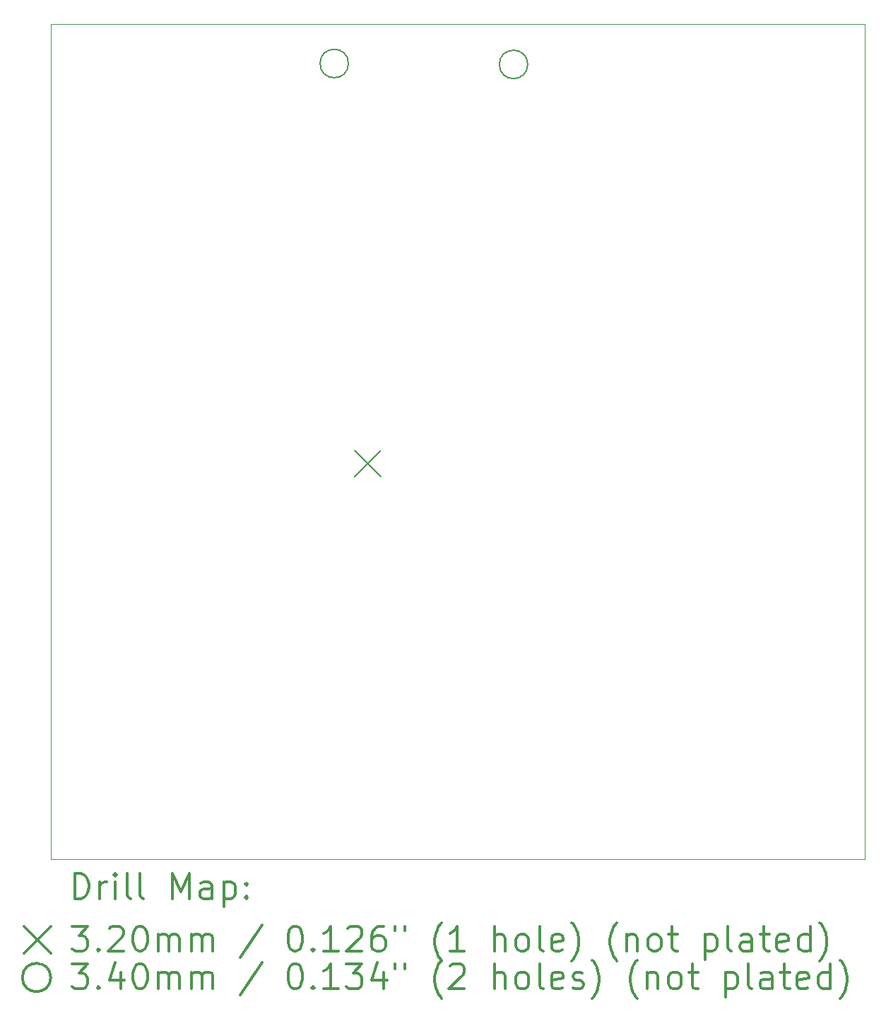
<source format=gbr>
%FSLAX45Y45*%
G04 Gerber Fmt 4.5, Leading zero omitted, Abs format (unit mm)*
G04 Created by KiCad (PCBNEW (5.1.4)-1) date 2021-06-03 21:11:10*
%MOMM*%
%LPD*%
G04 APERTURE LIST*
%ADD10C,0.050000*%
%ADD11C,0.200000*%
%ADD12C,0.300000*%
G04 APERTURE END LIST*
D10*
X6500000Y-3600000D02*
X6500000Y-13600000D01*
X16250000Y-13600000D02*
X16250000Y-3600000D01*
X6500000Y-13600000D02*
X16250000Y-13600000D01*
X6500000Y-3600000D02*
X16250000Y-3600000D01*
D11*
X10136000Y-8700000D02*
X10456000Y-9020000D01*
X10456000Y-8700000D02*
X10136000Y-9020000D01*
X12213000Y-4081000D02*
G75*
G03X12213000Y-4081000I-170000J0D01*
G01*
X10065000Y-4070000D02*
G75*
G03X10065000Y-4070000I-170000J0D01*
G01*
D12*
X6783928Y-14068214D02*
X6783928Y-13768214D01*
X6855357Y-13768214D01*
X6898214Y-13782500D01*
X6926786Y-13811071D01*
X6941071Y-13839643D01*
X6955357Y-13896786D01*
X6955357Y-13939643D01*
X6941071Y-13996786D01*
X6926786Y-14025357D01*
X6898214Y-14053929D01*
X6855357Y-14068214D01*
X6783928Y-14068214D01*
X7083928Y-14068214D02*
X7083928Y-13868214D01*
X7083928Y-13925357D02*
X7098214Y-13896786D01*
X7112500Y-13882500D01*
X7141071Y-13868214D01*
X7169643Y-13868214D01*
X7269643Y-14068214D02*
X7269643Y-13868214D01*
X7269643Y-13768214D02*
X7255357Y-13782500D01*
X7269643Y-13796786D01*
X7283928Y-13782500D01*
X7269643Y-13768214D01*
X7269643Y-13796786D01*
X7455357Y-14068214D02*
X7426786Y-14053929D01*
X7412500Y-14025357D01*
X7412500Y-13768214D01*
X7612500Y-14068214D02*
X7583928Y-14053929D01*
X7569643Y-14025357D01*
X7569643Y-13768214D01*
X7955357Y-14068214D02*
X7955357Y-13768214D01*
X8055357Y-13982500D01*
X8155357Y-13768214D01*
X8155357Y-14068214D01*
X8426786Y-14068214D02*
X8426786Y-13911071D01*
X8412500Y-13882500D01*
X8383928Y-13868214D01*
X8326786Y-13868214D01*
X8298214Y-13882500D01*
X8426786Y-14053929D02*
X8398214Y-14068214D01*
X8326786Y-14068214D01*
X8298214Y-14053929D01*
X8283928Y-14025357D01*
X8283928Y-13996786D01*
X8298214Y-13968214D01*
X8326786Y-13953929D01*
X8398214Y-13953929D01*
X8426786Y-13939643D01*
X8569643Y-13868214D02*
X8569643Y-14168214D01*
X8569643Y-13882500D02*
X8598214Y-13868214D01*
X8655357Y-13868214D01*
X8683928Y-13882500D01*
X8698214Y-13896786D01*
X8712500Y-13925357D01*
X8712500Y-14011071D01*
X8698214Y-14039643D01*
X8683928Y-14053929D01*
X8655357Y-14068214D01*
X8598214Y-14068214D01*
X8569643Y-14053929D01*
X8841071Y-14039643D02*
X8855357Y-14053929D01*
X8841071Y-14068214D01*
X8826786Y-14053929D01*
X8841071Y-14039643D01*
X8841071Y-14068214D01*
X8841071Y-13882500D02*
X8855357Y-13896786D01*
X8841071Y-13911071D01*
X8826786Y-13896786D01*
X8841071Y-13882500D01*
X8841071Y-13911071D01*
X6177500Y-14402500D02*
X6497500Y-14722500D01*
X6497500Y-14402500D02*
X6177500Y-14722500D01*
X6755357Y-14398214D02*
X6941071Y-14398214D01*
X6841071Y-14512500D01*
X6883928Y-14512500D01*
X6912500Y-14526786D01*
X6926786Y-14541071D01*
X6941071Y-14569643D01*
X6941071Y-14641071D01*
X6926786Y-14669643D01*
X6912500Y-14683929D01*
X6883928Y-14698214D01*
X6798214Y-14698214D01*
X6769643Y-14683929D01*
X6755357Y-14669643D01*
X7069643Y-14669643D02*
X7083928Y-14683929D01*
X7069643Y-14698214D01*
X7055357Y-14683929D01*
X7069643Y-14669643D01*
X7069643Y-14698214D01*
X7198214Y-14426786D02*
X7212500Y-14412500D01*
X7241071Y-14398214D01*
X7312500Y-14398214D01*
X7341071Y-14412500D01*
X7355357Y-14426786D01*
X7369643Y-14455357D01*
X7369643Y-14483929D01*
X7355357Y-14526786D01*
X7183928Y-14698214D01*
X7369643Y-14698214D01*
X7555357Y-14398214D02*
X7583928Y-14398214D01*
X7612500Y-14412500D01*
X7626786Y-14426786D01*
X7641071Y-14455357D01*
X7655357Y-14512500D01*
X7655357Y-14583929D01*
X7641071Y-14641071D01*
X7626786Y-14669643D01*
X7612500Y-14683929D01*
X7583928Y-14698214D01*
X7555357Y-14698214D01*
X7526786Y-14683929D01*
X7512500Y-14669643D01*
X7498214Y-14641071D01*
X7483928Y-14583929D01*
X7483928Y-14512500D01*
X7498214Y-14455357D01*
X7512500Y-14426786D01*
X7526786Y-14412500D01*
X7555357Y-14398214D01*
X7783928Y-14698214D02*
X7783928Y-14498214D01*
X7783928Y-14526786D02*
X7798214Y-14512500D01*
X7826786Y-14498214D01*
X7869643Y-14498214D01*
X7898214Y-14512500D01*
X7912500Y-14541071D01*
X7912500Y-14698214D01*
X7912500Y-14541071D02*
X7926786Y-14512500D01*
X7955357Y-14498214D01*
X7998214Y-14498214D01*
X8026786Y-14512500D01*
X8041071Y-14541071D01*
X8041071Y-14698214D01*
X8183928Y-14698214D02*
X8183928Y-14498214D01*
X8183928Y-14526786D02*
X8198214Y-14512500D01*
X8226786Y-14498214D01*
X8269643Y-14498214D01*
X8298214Y-14512500D01*
X8312500Y-14541071D01*
X8312500Y-14698214D01*
X8312500Y-14541071D02*
X8326786Y-14512500D01*
X8355357Y-14498214D01*
X8398214Y-14498214D01*
X8426786Y-14512500D01*
X8441071Y-14541071D01*
X8441071Y-14698214D01*
X9026786Y-14383929D02*
X8769643Y-14769643D01*
X9412500Y-14398214D02*
X9441071Y-14398214D01*
X9469643Y-14412500D01*
X9483928Y-14426786D01*
X9498214Y-14455357D01*
X9512500Y-14512500D01*
X9512500Y-14583929D01*
X9498214Y-14641071D01*
X9483928Y-14669643D01*
X9469643Y-14683929D01*
X9441071Y-14698214D01*
X9412500Y-14698214D01*
X9383928Y-14683929D01*
X9369643Y-14669643D01*
X9355357Y-14641071D01*
X9341071Y-14583929D01*
X9341071Y-14512500D01*
X9355357Y-14455357D01*
X9369643Y-14426786D01*
X9383928Y-14412500D01*
X9412500Y-14398214D01*
X9641071Y-14669643D02*
X9655357Y-14683929D01*
X9641071Y-14698214D01*
X9626786Y-14683929D01*
X9641071Y-14669643D01*
X9641071Y-14698214D01*
X9941071Y-14698214D02*
X9769643Y-14698214D01*
X9855357Y-14698214D02*
X9855357Y-14398214D01*
X9826786Y-14441071D01*
X9798214Y-14469643D01*
X9769643Y-14483929D01*
X10055357Y-14426786D02*
X10069643Y-14412500D01*
X10098214Y-14398214D01*
X10169643Y-14398214D01*
X10198214Y-14412500D01*
X10212500Y-14426786D01*
X10226786Y-14455357D01*
X10226786Y-14483929D01*
X10212500Y-14526786D01*
X10041071Y-14698214D01*
X10226786Y-14698214D01*
X10483928Y-14398214D02*
X10426786Y-14398214D01*
X10398214Y-14412500D01*
X10383928Y-14426786D01*
X10355357Y-14469643D01*
X10341071Y-14526786D01*
X10341071Y-14641071D01*
X10355357Y-14669643D01*
X10369643Y-14683929D01*
X10398214Y-14698214D01*
X10455357Y-14698214D01*
X10483928Y-14683929D01*
X10498214Y-14669643D01*
X10512500Y-14641071D01*
X10512500Y-14569643D01*
X10498214Y-14541071D01*
X10483928Y-14526786D01*
X10455357Y-14512500D01*
X10398214Y-14512500D01*
X10369643Y-14526786D01*
X10355357Y-14541071D01*
X10341071Y-14569643D01*
X10626786Y-14398214D02*
X10626786Y-14455357D01*
X10741071Y-14398214D02*
X10741071Y-14455357D01*
X11183928Y-14812500D02*
X11169643Y-14798214D01*
X11141071Y-14755357D01*
X11126786Y-14726786D01*
X11112500Y-14683929D01*
X11098214Y-14612500D01*
X11098214Y-14555357D01*
X11112500Y-14483929D01*
X11126786Y-14441071D01*
X11141071Y-14412500D01*
X11169643Y-14369643D01*
X11183928Y-14355357D01*
X11455357Y-14698214D02*
X11283928Y-14698214D01*
X11369643Y-14698214D02*
X11369643Y-14398214D01*
X11341071Y-14441071D01*
X11312500Y-14469643D01*
X11283928Y-14483929D01*
X11812500Y-14698214D02*
X11812500Y-14398214D01*
X11941071Y-14698214D02*
X11941071Y-14541071D01*
X11926786Y-14512500D01*
X11898214Y-14498214D01*
X11855357Y-14498214D01*
X11826786Y-14512500D01*
X11812500Y-14526786D01*
X12126786Y-14698214D02*
X12098214Y-14683929D01*
X12083928Y-14669643D01*
X12069643Y-14641071D01*
X12069643Y-14555357D01*
X12083928Y-14526786D01*
X12098214Y-14512500D01*
X12126786Y-14498214D01*
X12169643Y-14498214D01*
X12198214Y-14512500D01*
X12212500Y-14526786D01*
X12226786Y-14555357D01*
X12226786Y-14641071D01*
X12212500Y-14669643D01*
X12198214Y-14683929D01*
X12169643Y-14698214D01*
X12126786Y-14698214D01*
X12398214Y-14698214D02*
X12369643Y-14683929D01*
X12355357Y-14655357D01*
X12355357Y-14398214D01*
X12626786Y-14683929D02*
X12598214Y-14698214D01*
X12541071Y-14698214D01*
X12512500Y-14683929D01*
X12498214Y-14655357D01*
X12498214Y-14541071D01*
X12512500Y-14512500D01*
X12541071Y-14498214D01*
X12598214Y-14498214D01*
X12626786Y-14512500D01*
X12641071Y-14541071D01*
X12641071Y-14569643D01*
X12498214Y-14598214D01*
X12741071Y-14812500D02*
X12755357Y-14798214D01*
X12783928Y-14755357D01*
X12798214Y-14726786D01*
X12812500Y-14683929D01*
X12826786Y-14612500D01*
X12826786Y-14555357D01*
X12812500Y-14483929D01*
X12798214Y-14441071D01*
X12783928Y-14412500D01*
X12755357Y-14369643D01*
X12741071Y-14355357D01*
X13283928Y-14812500D02*
X13269643Y-14798214D01*
X13241071Y-14755357D01*
X13226786Y-14726786D01*
X13212500Y-14683929D01*
X13198214Y-14612500D01*
X13198214Y-14555357D01*
X13212500Y-14483929D01*
X13226786Y-14441071D01*
X13241071Y-14412500D01*
X13269643Y-14369643D01*
X13283928Y-14355357D01*
X13398214Y-14498214D02*
X13398214Y-14698214D01*
X13398214Y-14526786D02*
X13412500Y-14512500D01*
X13441071Y-14498214D01*
X13483928Y-14498214D01*
X13512500Y-14512500D01*
X13526786Y-14541071D01*
X13526786Y-14698214D01*
X13712500Y-14698214D02*
X13683928Y-14683929D01*
X13669643Y-14669643D01*
X13655357Y-14641071D01*
X13655357Y-14555357D01*
X13669643Y-14526786D01*
X13683928Y-14512500D01*
X13712500Y-14498214D01*
X13755357Y-14498214D01*
X13783928Y-14512500D01*
X13798214Y-14526786D01*
X13812500Y-14555357D01*
X13812500Y-14641071D01*
X13798214Y-14669643D01*
X13783928Y-14683929D01*
X13755357Y-14698214D01*
X13712500Y-14698214D01*
X13898214Y-14498214D02*
X14012500Y-14498214D01*
X13941071Y-14398214D02*
X13941071Y-14655357D01*
X13955357Y-14683929D01*
X13983928Y-14698214D01*
X14012500Y-14698214D01*
X14341071Y-14498214D02*
X14341071Y-14798214D01*
X14341071Y-14512500D02*
X14369643Y-14498214D01*
X14426786Y-14498214D01*
X14455357Y-14512500D01*
X14469643Y-14526786D01*
X14483928Y-14555357D01*
X14483928Y-14641071D01*
X14469643Y-14669643D01*
X14455357Y-14683929D01*
X14426786Y-14698214D01*
X14369643Y-14698214D01*
X14341071Y-14683929D01*
X14655357Y-14698214D02*
X14626786Y-14683929D01*
X14612500Y-14655357D01*
X14612500Y-14398214D01*
X14898214Y-14698214D02*
X14898214Y-14541071D01*
X14883928Y-14512500D01*
X14855357Y-14498214D01*
X14798214Y-14498214D01*
X14769643Y-14512500D01*
X14898214Y-14683929D02*
X14869643Y-14698214D01*
X14798214Y-14698214D01*
X14769643Y-14683929D01*
X14755357Y-14655357D01*
X14755357Y-14626786D01*
X14769643Y-14598214D01*
X14798214Y-14583929D01*
X14869643Y-14583929D01*
X14898214Y-14569643D01*
X14998214Y-14498214D02*
X15112500Y-14498214D01*
X15041071Y-14398214D02*
X15041071Y-14655357D01*
X15055357Y-14683929D01*
X15083928Y-14698214D01*
X15112500Y-14698214D01*
X15326786Y-14683929D02*
X15298214Y-14698214D01*
X15241071Y-14698214D01*
X15212500Y-14683929D01*
X15198214Y-14655357D01*
X15198214Y-14541071D01*
X15212500Y-14512500D01*
X15241071Y-14498214D01*
X15298214Y-14498214D01*
X15326786Y-14512500D01*
X15341071Y-14541071D01*
X15341071Y-14569643D01*
X15198214Y-14598214D01*
X15598214Y-14698214D02*
X15598214Y-14398214D01*
X15598214Y-14683929D02*
X15569643Y-14698214D01*
X15512500Y-14698214D01*
X15483928Y-14683929D01*
X15469643Y-14669643D01*
X15455357Y-14641071D01*
X15455357Y-14555357D01*
X15469643Y-14526786D01*
X15483928Y-14512500D01*
X15512500Y-14498214D01*
X15569643Y-14498214D01*
X15598214Y-14512500D01*
X15712500Y-14812500D02*
X15726786Y-14798214D01*
X15755357Y-14755357D01*
X15769643Y-14726786D01*
X15783928Y-14683929D01*
X15798214Y-14612500D01*
X15798214Y-14555357D01*
X15783928Y-14483929D01*
X15769643Y-14441071D01*
X15755357Y-14412500D01*
X15726786Y-14369643D01*
X15712500Y-14355357D01*
X6497500Y-15012500D02*
G75*
G03X6497500Y-15012500I-170000J0D01*
G01*
X6755357Y-14848214D02*
X6941071Y-14848214D01*
X6841071Y-14962500D01*
X6883928Y-14962500D01*
X6912500Y-14976786D01*
X6926786Y-14991071D01*
X6941071Y-15019643D01*
X6941071Y-15091071D01*
X6926786Y-15119643D01*
X6912500Y-15133929D01*
X6883928Y-15148214D01*
X6798214Y-15148214D01*
X6769643Y-15133929D01*
X6755357Y-15119643D01*
X7069643Y-15119643D02*
X7083928Y-15133929D01*
X7069643Y-15148214D01*
X7055357Y-15133929D01*
X7069643Y-15119643D01*
X7069643Y-15148214D01*
X7341071Y-14948214D02*
X7341071Y-15148214D01*
X7269643Y-14833929D02*
X7198214Y-15048214D01*
X7383928Y-15048214D01*
X7555357Y-14848214D02*
X7583928Y-14848214D01*
X7612500Y-14862500D01*
X7626786Y-14876786D01*
X7641071Y-14905357D01*
X7655357Y-14962500D01*
X7655357Y-15033929D01*
X7641071Y-15091071D01*
X7626786Y-15119643D01*
X7612500Y-15133929D01*
X7583928Y-15148214D01*
X7555357Y-15148214D01*
X7526786Y-15133929D01*
X7512500Y-15119643D01*
X7498214Y-15091071D01*
X7483928Y-15033929D01*
X7483928Y-14962500D01*
X7498214Y-14905357D01*
X7512500Y-14876786D01*
X7526786Y-14862500D01*
X7555357Y-14848214D01*
X7783928Y-15148214D02*
X7783928Y-14948214D01*
X7783928Y-14976786D02*
X7798214Y-14962500D01*
X7826786Y-14948214D01*
X7869643Y-14948214D01*
X7898214Y-14962500D01*
X7912500Y-14991071D01*
X7912500Y-15148214D01*
X7912500Y-14991071D02*
X7926786Y-14962500D01*
X7955357Y-14948214D01*
X7998214Y-14948214D01*
X8026786Y-14962500D01*
X8041071Y-14991071D01*
X8041071Y-15148214D01*
X8183928Y-15148214D02*
X8183928Y-14948214D01*
X8183928Y-14976786D02*
X8198214Y-14962500D01*
X8226786Y-14948214D01*
X8269643Y-14948214D01*
X8298214Y-14962500D01*
X8312500Y-14991071D01*
X8312500Y-15148214D01*
X8312500Y-14991071D02*
X8326786Y-14962500D01*
X8355357Y-14948214D01*
X8398214Y-14948214D01*
X8426786Y-14962500D01*
X8441071Y-14991071D01*
X8441071Y-15148214D01*
X9026786Y-14833929D02*
X8769643Y-15219643D01*
X9412500Y-14848214D02*
X9441071Y-14848214D01*
X9469643Y-14862500D01*
X9483928Y-14876786D01*
X9498214Y-14905357D01*
X9512500Y-14962500D01*
X9512500Y-15033929D01*
X9498214Y-15091071D01*
X9483928Y-15119643D01*
X9469643Y-15133929D01*
X9441071Y-15148214D01*
X9412500Y-15148214D01*
X9383928Y-15133929D01*
X9369643Y-15119643D01*
X9355357Y-15091071D01*
X9341071Y-15033929D01*
X9341071Y-14962500D01*
X9355357Y-14905357D01*
X9369643Y-14876786D01*
X9383928Y-14862500D01*
X9412500Y-14848214D01*
X9641071Y-15119643D02*
X9655357Y-15133929D01*
X9641071Y-15148214D01*
X9626786Y-15133929D01*
X9641071Y-15119643D01*
X9641071Y-15148214D01*
X9941071Y-15148214D02*
X9769643Y-15148214D01*
X9855357Y-15148214D02*
X9855357Y-14848214D01*
X9826786Y-14891071D01*
X9798214Y-14919643D01*
X9769643Y-14933929D01*
X10041071Y-14848214D02*
X10226786Y-14848214D01*
X10126786Y-14962500D01*
X10169643Y-14962500D01*
X10198214Y-14976786D01*
X10212500Y-14991071D01*
X10226786Y-15019643D01*
X10226786Y-15091071D01*
X10212500Y-15119643D01*
X10198214Y-15133929D01*
X10169643Y-15148214D01*
X10083928Y-15148214D01*
X10055357Y-15133929D01*
X10041071Y-15119643D01*
X10483928Y-14948214D02*
X10483928Y-15148214D01*
X10412500Y-14833929D02*
X10341071Y-15048214D01*
X10526786Y-15048214D01*
X10626786Y-14848214D02*
X10626786Y-14905357D01*
X10741071Y-14848214D02*
X10741071Y-14905357D01*
X11183928Y-15262500D02*
X11169643Y-15248214D01*
X11141071Y-15205357D01*
X11126786Y-15176786D01*
X11112500Y-15133929D01*
X11098214Y-15062500D01*
X11098214Y-15005357D01*
X11112500Y-14933929D01*
X11126786Y-14891071D01*
X11141071Y-14862500D01*
X11169643Y-14819643D01*
X11183928Y-14805357D01*
X11283928Y-14876786D02*
X11298214Y-14862500D01*
X11326786Y-14848214D01*
X11398214Y-14848214D01*
X11426786Y-14862500D01*
X11441071Y-14876786D01*
X11455357Y-14905357D01*
X11455357Y-14933929D01*
X11441071Y-14976786D01*
X11269643Y-15148214D01*
X11455357Y-15148214D01*
X11812500Y-15148214D02*
X11812500Y-14848214D01*
X11941071Y-15148214D02*
X11941071Y-14991071D01*
X11926786Y-14962500D01*
X11898214Y-14948214D01*
X11855357Y-14948214D01*
X11826786Y-14962500D01*
X11812500Y-14976786D01*
X12126786Y-15148214D02*
X12098214Y-15133929D01*
X12083928Y-15119643D01*
X12069643Y-15091071D01*
X12069643Y-15005357D01*
X12083928Y-14976786D01*
X12098214Y-14962500D01*
X12126786Y-14948214D01*
X12169643Y-14948214D01*
X12198214Y-14962500D01*
X12212500Y-14976786D01*
X12226786Y-15005357D01*
X12226786Y-15091071D01*
X12212500Y-15119643D01*
X12198214Y-15133929D01*
X12169643Y-15148214D01*
X12126786Y-15148214D01*
X12398214Y-15148214D02*
X12369643Y-15133929D01*
X12355357Y-15105357D01*
X12355357Y-14848214D01*
X12626786Y-15133929D02*
X12598214Y-15148214D01*
X12541071Y-15148214D01*
X12512500Y-15133929D01*
X12498214Y-15105357D01*
X12498214Y-14991071D01*
X12512500Y-14962500D01*
X12541071Y-14948214D01*
X12598214Y-14948214D01*
X12626786Y-14962500D01*
X12641071Y-14991071D01*
X12641071Y-15019643D01*
X12498214Y-15048214D01*
X12755357Y-15133929D02*
X12783928Y-15148214D01*
X12841071Y-15148214D01*
X12869643Y-15133929D01*
X12883928Y-15105357D01*
X12883928Y-15091071D01*
X12869643Y-15062500D01*
X12841071Y-15048214D01*
X12798214Y-15048214D01*
X12769643Y-15033929D01*
X12755357Y-15005357D01*
X12755357Y-14991071D01*
X12769643Y-14962500D01*
X12798214Y-14948214D01*
X12841071Y-14948214D01*
X12869643Y-14962500D01*
X12983928Y-15262500D02*
X12998214Y-15248214D01*
X13026786Y-15205357D01*
X13041071Y-15176786D01*
X13055357Y-15133929D01*
X13069643Y-15062500D01*
X13069643Y-15005357D01*
X13055357Y-14933929D01*
X13041071Y-14891071D01*
X13026786Y-14862500D01*
X12998214Y-14819643D01*
X12983928Y-14805357D01*
X13526786Y-15262500D02*
X13512500Y-15248214D01*
X13483928Y-15205357D01*
X13469643Y-15176786D01*
X13455357Y-15133929D01*
X13441071Y-15062500D01*
X13441071Y-15005357D01*
X13455357Y-14933929D01*
X13469643Y-14891071D01*
X13483928Y-14862500D01*
X13512500Y-14819643D01*
X13526786Y-14805357D01*
X13641071Y-14948214D02*
X13641071Y-15148214D01*
X13641071Y-14976786D02*
X13655357Y-14962500D01*
X13683928Y-14948214D01*
X13726786Y-14948214D01*
X13755357Y-14962500D01*
X13769643Y-14991071D01*
X13769643Y-15148214D01*
X13955357Y-15148214D02*
X13926786Y-15133929D01*
X13912500Y-15119643D01*
X13898214Y-15091071D01*
X13898214Y-15005357D01*
X13912500Y-14976786D01*
X13926786Y-14962500D01*
X13955357Y-14948214D01*
X13998214Y-14948214D01*
X14026786Y-14962500D01*
X14041071Y-14976786D01*
X14055357Y-15005357D01*
X14055357Y-15091071D01*
X14041071Y-15119643D01*
X14026786Y-15133929D01*
X13998214Y-15148214D01*
X13955357Y-15148214D01*
X14141071Y-14948214D02*
X14255357Y-14948214D01*
X14183928Y-14848214D02*
X14183928Y-15105357D01*
X14198214Y-15133929D01*
X14226786Y-15148214D01*
X14255357Y-15148214D01*
X14583928Y-14948214D02*
X14583928Y-15248214D01*
X14583928Y-14962500D02*
X14612500Y-14948214D01*
X14669643Y-14948214D01*
X14698214Y-14962500D01*
X14712500Y-14976786D01*
X14726786Y-15005357D01*
X14726786Y-15091071D01*
X14712500Y-15119643D01*
X14698214Y-15133929D01*
X14669643Y-15148214D01*
X14612500Y-15148214D01*
X14583928Y-15133929D01*
X14898214Y-15148214D02*
X14869643Y-15133929D01*
X14855357Y-15105357D01*
X14855357Y-14848214D01*
X15141071Y-15148214D02*
X15141071Y-14991071D01*
X15126786Y-14962500D01*
X15098214Y-14948214D01*
X15041071Y-14948214D01*
X15012500Y-14962500D01*
X15141071Y-15133929D02*
X15112500Y-15148214D01*
X15041071Y-15148214D01*
X15012500Y-15133929D01*
X14998214Y-15105357D01*
X14998214Y-15076786D01*
X15012500Y-15048214D01*
X15041071Y-15033929D01*
X15112500Y-15033929D01*
X15141071Y-15019643D01*
X15241071Y-14948214D02*
X15355357Y-14948214D01*
X15283928Y-14848214D02*
X15283928Y-15105357D01*
X15298214Y-15133929D01*
X15326786Y-15148214D01*
X15355357Y-15148214D01*
X15569643Y-15133929D02*
X15541071Y-15148214D01*
X15483928Y-15148214D01*
X15455357Y-15133929D01*
X15441071Y-15105357D01*
X15441071Y-14991071D01*
X15455357Y-14962500D01*
X15483928Y-14948214D01*
X15541071Y-14948214D01*
X15569643Y-14962500D01*
X15583928Y-14991071D01*
X15583928Y-15019643D01*
X15441071Y-15048214D01*
X15841071Y-15148214D02*
X15841071Y-14848214D01*
X15841071Y-15133929D02*
X15812500Y-15148214D01*
X15755357Y-15148214D01*
X15726786Y-15133929D01*
X15712500Y-15119643D01*
X15698214Y-15091071D01*
X15698214Y-15005357D01*
X15712500Y-14976786D01*
X15726786Y-14962500D01*
X15755357Y-14948214D01*
X15812500Y-14948214D01*
X15841071Y-14962500D01*
X15955357Y-15262500D02*
X15969643Y-15248214D01*
X15998214Y-15205357D01*
X16012500Y-15176786D01*
X16026786Y-15133929D01*
X16041071Y-15062500D01*
X16041071Y-15005357D01*
X16026786Y-14933929D01*
X16012500Y-14891071D01*
X15998214Y-14862500D01*
X15969643Y-14819643D01*
X15955357Y-14805357D01*
M02*

</source>
